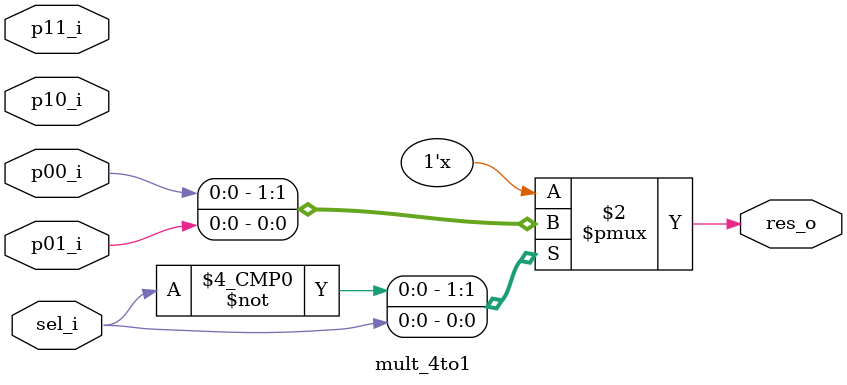
<source format=sv>
module mult_4to1 (
	input p00_i,
	input p01_i,
	input p10_i,
	input p11_i,
	input sel_i,
	output res_o
);

always_comb
	case (sel_i)
		2'b00: res_o = p00_i;
		2'b01: res_o = p01_i;
		2'b10: res_o = p10_i;
		2'b11: res_o = p11_i;
	endcase
endmodule

</source>
